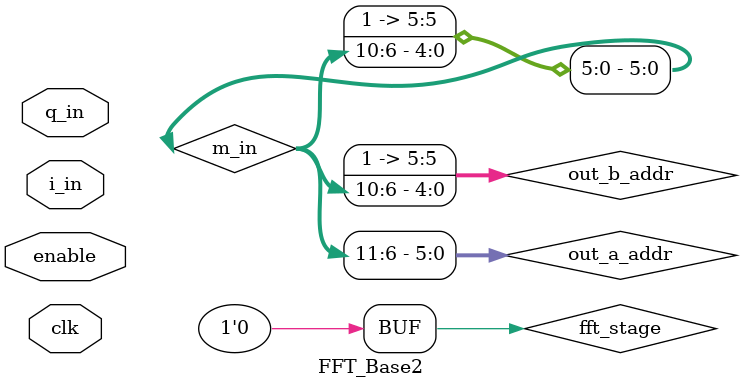
<source format=v>

module FFT_Base2#(parameter CLK_FREQ = 100_000_000,
                  parameter RATE = 4,
                  parameter N = 64,
                  parameter DATA_WIDTH = 8)
                 (input wire clk,
                  input wire enable,
                  input wire [DATA_WIDTH-1:0] i_in,
                  input wire [DATA_WIDTH-1:0] q_in);
    
    localparam BRAM_WIDTH = 10;
    localparam ADDR_WIDTH = $clog2(N);
    
    //define butterfly module input/output
    reg [2 * DATA_WIDTH-1:0] in_a;
    reg [2 * DATA_WIDTH-1:0] in_b;
    wire [2 * DATA_WIDTH-1:0] w;
    wire [2 * DATA_WIDTH-1:0] out_a;
    wire [2 * DATA_WIDTH-1:0] out_b;
    wire [2 * ADDR_WIDTH-1:0] m_in;
    wire [2 * ADDR_WIDTH-1:0] m_out;
    
    //define twiddlefactors module input/output
    localparam TF_ADDR_WIDTH = $clog2(N/2);
    wire [ADDR_WIDTH-1:0] addr;
    wire [2 * DATA_WIDTH-1:0] tf_out;
    wire [TF_ADDR_WIDTH-1:0] tf_addr;
    
    //define the downsample counter
    reg [32-1:0] downsample_counter = 0;
    reg flag_downsample             = 0;
    
    //define the bram module input/output
    reg ENA0                    = 0;
    reg ENB0                    = 0;
    reg WEA0                    = 0;
    reg WEB0                    = 0;
    reg ENA1                    = 0;
    reg ENB1                    = 0;
    reg WEA1                    = 0;
    reg WEB1                    = 0;
    reg [BRAM_WIDTH-1:0] ADDRA0 = 0;
    reg [BRAM_WIDTH-1:0] ADDRB0 = 0;
    reg [BRAM_WIDTH-1:0] ADDRA1 = 0;
    reg [BRAM_WIDTH-1:0] ADDRB1 = 0;
    reg [2*DATA_WIDTH-1:0] DIA0 = 0;
    reg [2*DATA_WIDTH-1:0] DIB0 = 0;
    reg [2*DATA_WIDTH-1:0] DIA1 = 0;
    reg [2*DATA_WIDTH-1:0] DIB1 = 0;
    wire [2*DATA_WIDTH-1:0] DOA0, DOB0;
    wire [2*DATA_WIDTH-1:0] DOA1, DOB1;
    
    //define state
    localparam IDLE = 2'd0,FFT_DATA_PADDING = 2'd1,FFT_OPERATION = 2'd2,FFT_RESULT_OUT = 2'd3;
    reg [1:0] current_state, next_state;
    reg data_padding_flag            = 0;
    reg fft_stage                    = 0;
    reg [ADDR_WIDTH-1:0] select_ks_j = 0;
    reg [ADDR_WIDTH-1:0] S           = 0;
    reg select_bramid                = 0;
    wire [ADDR_WIDTH-1:0] in_a_addr;
    wire [ADDR_WIDTH-1:0] in_b_addr;
    reg [ADDR_WIDTH-1:0] out_a_addr = 0;
    wire [ADDR_WIDTH-1:0] out_b_addr;
    wire [ADDR_WIDTH-1:0] out_a_addr_reg;
    wire [ADDR_WIDTH-1:0] out_b_addr_reg;
    reg fft_done = 0;
    reg [2*DATA_WIDTH-1:0] out_fft_data;
    
    //*******************************************************
    //state machine
    //*******************************************************
    always@(posedge clk)begin
        current_state <= next_state;
    end
    //state transition
    always@(*)begin
        case(current_state)
            IDLE:begin
                if (enable)begin
                    next_state = FFT_DATA_PADDING;
                end
            end
            FFT_DATA_PADDING:begin
                if (data_padding_flag)begin
                    next_state = FFT_OPERATION;
                end
                else begin
                    next_state = FFT_DATA_PADDING;
                end
            end
            FFT_OPERATION:begin
                if (S == 1'b1&&out_b_addr == N-1)begin
                    next_state = FFT_RESULT_OUT;
                end
                else begin
                    next_state = FFT_OPERATION;
                end
            end
            FFT_RESULT_OUT:begin
                if (~fft_done)begin
                    next_state = IDLE;
                end
                else begin
                    next_state = FFT_RESULT_OUT;
                end
            end
            default:begin
                next_state = IDLE;
            end
        endcase
    end
    //state action
    always@(posedge clk)begin
        case(next_state)
            IDLE:begin
                ENA0              <= 0;
                ENB0              <= 0;
                WEA0              <= 0;
                WEB0              <= 0;
                ENA1              <= 0;
                ENB1              <= 0;
                WEA1              <= 0;
                WEB1              <= 0;
                ADDRA0            <= 0;
                ADDRB0            <= 0;
                ADDRA1            <= 0;
                ADDRB1            <= 0;
                DIA0              <= 0;
                DIB0              <= 0;
                DIA1              <= 0;
                DIB1              <= 0;
                data_padding_flag <= 0;
                select_bramid     <= 0;
                out_a_addr        <= 0;
                S                 <= 0;
                select_ks_j       <= 0;
                fft_done          <= 0;
            end
            FFT_DATA_PADDING:begin
                ENA0   <= 1;
                WEA0   <= flag_downsample;
                ADDRA0 <= ADDRA0+WEA0;
                DIA0   <= {i_in,q_in};
                if (ADDRA0 == N-1&&WEA0)begin
                    data_padding_flag <= 1;
                    select_ks_j       <= {ADDR_WIDTH{1'b1}} >> 1;
                    S                 <= {1'b1,{ADDR_WIDTH-1{1'b0}}};
                    select_bramid     <= 0;
                    out_a_addr        <= 0;
                    ADDRA0            <= 0;
                end
                else begin
                    data_padding_flag <= 0;
                end
            end
            FFT_OPERATION:begin
                ENA0 <= 1;
                ENB0 <= 1;
                ENA1 <= 1;
                ENB1 <= 1;
                WEA0 <= select_bramid;
                WEB0 <= select_bramid;
                WEA1 <= ~select_bramid;
                WEB1 <= ~select_bramid;
                if (~select_bramid)begin
                    ADDRA0 <= in_a_addr;//in_a
                    ADDRB0 <= in_b_addr;//in_b
                    ADDRA1 <= out_a_addr_reg;//out_a
                    ADDRB1 <= out_b_addr_reg;//out_b
                    in_a   <= DOA0;
                    in_b   <= DOB0;
                    DIA1   <= out_a;
                    DIB1   <= out_b;
                end
                else begin
                    ADDRA0 <= out_a_addr_reg;//out_a
                    ADDRB0 <= out_b_addr_reg;//out_b
                    ADDRA1 <= in_a_addr;//in_a
                    ADDRB1 <= in_b_addr;//in_b
                    in_a   <= DOA1;
                    in_b   <= DOB1;
                    DIA0   <= out_a;
                    DIB0   <= out_b;
                end
                if (out_b_addr_reg == N-1)begin
                    ADDRA0        <= out_a_addr_reg;//out_a
                    ADDRB0        <= out_b_addr_reg;//out_b
                    DIA0          <= out_a;
                    DIB0          <= out_b;
                    select_bramid <= ~select_bramid;
                    select_ks_j   <= select_ks_j >> 1;
                    S             <= S >> 1;
                    out_a_addr    <= 0;
                end
                else
                begin
                    out_a_addr <= out_a_addr+1;
                end
            end
            FFT_RESULT_OUT:begin
                WEA0     <= 0;
                WEB0     <= 0;
                WEA1     <= 0;
                WEB1     <= 0;
                ENA0     <= 1;
                ENB0     <= 0;
                ENA1     <= 1;
                ENB1     <= 0;
                fft_done <= 1;
                if (~select_bramid)begin
                    ADDRA0 <= ADDRA0+1;//in_a
                end
                else begin
                    ADDRA1 <= ADDRA1+1;//out_a
                end
                if (ADDRA0 == N-1 || ADDRA1 == N-1)begin
                    fft_done <= 0;
                end
                out_fft_data <= DOA0;
            end
            default:begin
                //do nothing
            end
        endcase
    end
    
    //*******************************************************
    //downsampling
    //*******************************************************
    
    
    //downsample the input data
    always@(posedge clk)
    begin
        if (downsample_counter == RATE-1)
        begin
            flag_downsample    <= 1;
            downsample_counter <= 0;
        end
        else
        begin
            flag_downsample    <= 0;
            downsample_counter <= downsample_counter + 1;
        end
    end
    
    //*******************************************************
    //in/out address
    //*******************************************************
    assign in_a_addr      = (out_a_addr & select_ks_j) | ((out_a_addr & ~select_ks_j)<<1);
    assign in_b_addr      = in_a_addr+S;
    assign out_b_addr     = {1'b1, out_a_addr[ADDR_WIDTH-2:0]};
    assign m_in           = {out_a_addr,out_b_addr};
    assign out_a_addr_reg = m_out[2*ADDR_WIDTH-1:ADDR_WIDTH];
    assign out_b_addr_reg = m_out[ADDR_WIDTH-1:0];
    assign tf_addr        = out_a_addr & ~select_ks_j;
    //*******************************************************
    //twiddlefactors module
    //*******************************************************
    twiddlefactors_8 u_twiddlefactors(
    .clk    (clk),
    .addr   (tf_addr),
    .tf_out (tf_out)
    );
    
    //*******************************************************
    //buttefly module
    //*******************************************************
    butterfly #(
    .DATA_WIDTH(DATA_WIDTH),
    .ADDR_WIDTH(ADDR_WIDTH)
    )u_butterfly(
    .clk   (clk),
    .in_a  (in_a),
    .in_b  (in_b),
    .m_in  (m_in),
    .w     (tf_out),
    .out_a (out_a),
    .out_b (out_b),
    .m_out (m_out)
    );
    
    //*******************************************************
    //bram module
    //*******************************************************
    
    dual_prot_ram u0_dual_prot_ram(
    .CLKA  (clk),
    .CLKB  (clk),
    .ENA   (ENA0),
    .ENB   (ENB0),
    .WEA   (WEA0),
    .WEB   (WEB0),
    .ADDRA (ADDRA0),
    .ADDRB (ADDRB0),
    .DIA   (DIA0),
    .DIB   (DIB0),
    .DOA   (DOA0),
    .DOB   (DOB0)
    );
    
    dual_prot_ram u1_dual_prot_ram(
    .CLKA  (clk),
    .CLKB  (clk),
    .ENA   (ENA1),
    .ENB   (ENB1),
    .WEA   (WEA1),
    .WEB   (WEB1),
    .ADDRA (ADDRA1),
    .ADDRB (ADDRB1),
    .DIA   (DIA1),
    .DIB   (DIB1),
    .DOA   (DOA1),
    .DOB   (DOB1)
    );
    
    
    
endmodule

</source>
